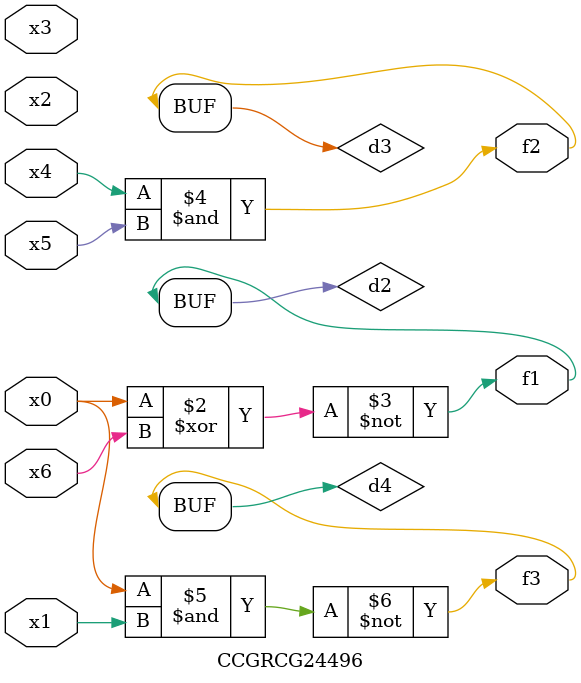
<source format=v>
module CCGRCG24496(
	input x0, x1, x2, x3, x4, x5, x6,
	output f1, f2, f3
);

	wire d1, d2, d3, d4;

	nor (d1, x0);
	xnor (d2, x0, x6);
	and (d3, x4, x5);
	nand (d4, x0, x1);
	assign f1 = d2;
	assign f2 = d3;
	assign f3 = d4;
endmodule

</source>
